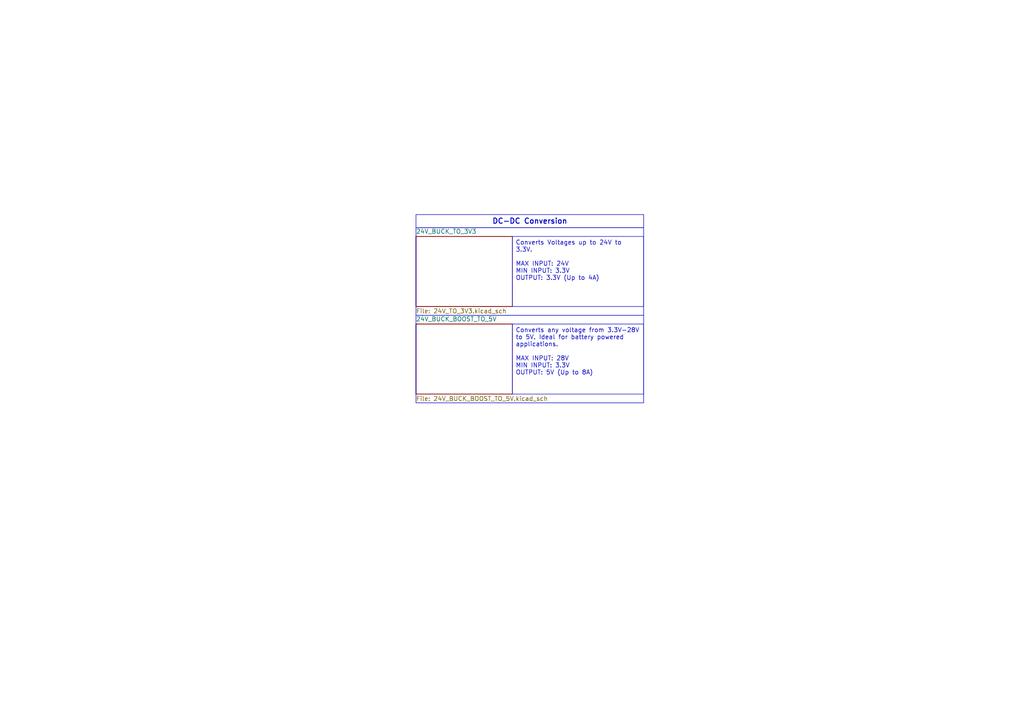
<source format=kicad_sch>
(kicad_sch
	(version 20250114)
	(generator "eeschema")
	(generator_version "9.0")
	(uuid "6a31c4cb-97b2-4b9c-a2d7-f8ff8503f1fc")
	(paper "A4")
	(title_block
		(title "Modular PSU")
		(company "DanWave Design")
		(comment 1 "Design By: Daniel Manla")
		(comment 2 "Open Hardware")
	)
	(lib_symbols)
	(rectangle
		(start 120.65 66.04)
		(end 186.69 91.44)
		(stroke
			(width 0)
			(type default)
		)
		(fill
			(type none)
		)
		(uuid 3b958f4c-6006-459c-842a-ee5a64fe1e5c)
	)
	(rectangle
		(start 120.65 91.44)
		(end 186.69 116.84)
		(stroke
			(width 0)
			(type default)
		)
		(fill
			(type none)
		)
		(uuid 960316c9-6c5b-4b1e-8647-95a4da991269)
	)
	(text_box "Converts any voltage from 3.3V-28V to 5V. Ideal for battery powered applications.\n\nMAX INPUT: 28V\nMIN INPUT: 3.3V\nOUTPUT: 5V (Up to 8A)"
		(exclude_from_sim no)
		(at 148.59 93.98 0)
		(size 38.1 20.32)
		(margins 0.9525 0.9525 0.9525 0.9525)
		(stroke
			(width 0)
			(type solid)
		)
		(fill
			(type none)
		)
		(effects
			(font
				(size 1.27 1.27)
			)
			(justify left top)
		)
		(uuid "79f26817-7e47-458c-a956-4e8ae24eb446")
	)
	(text_box "DC-DC Conversion"
		(exclude_from_sim no)
		(at 120.65 62.23 0)
		(size 66.04 3.81)
		(margins 0.9525 0.9525 0.9525 0.9525)
		(stroke
			(width 0)
			(type solid)
		)
		(fill
			(type none)
		)
		(effects
			(font
				(size 1.524 1.524)
				(thickness 0.254)
				(bold yes)
			)
			(justify top)
		)
		(uuid "cea3dcad-ee50-4c1a-8b31-bd9e01bd8dda")
	)
	(text_box "Converts Voltages up to 24V to 3.3V. \n\nMAX INPUT: 24V\nMIN INPUT: 3.3V\nOUTPUT: 3.3V (Up to 4A)"
		(exclude_from_sim no)
		(at 148.59 68.58 0)
		(size 38.1 20.32)
		(margins 0.9525 0.9525 0.9525 0.9525)
		(stroke
			(width 0)
			(type solid)
		)
		(fill
			(type none)
		)
		(effects
			(font
				(size 1.27 1.27)
			)
			(justify left top)
		)
		(uuid "f60df77b-be81-4453-8fe8-e5d4c38d64be")
	)
	(sheet
		(at 120.65 68.58)
		(size 27.94 20.32)
		(exclude_from_sim no)
		(in_bom yes)
		(on_board yes)
		(dnp no)
		(fields_autoplaced yes)
		(stroke
			(width 0.1524)
			(type solid)
		)
		(fill
			(color 0 0 0 0.0000)
		)
		(uuid "808f6f35-dc39-4bfd-a142-fcd2d3c3bcea")
		(property "Sheetname" "24V_BUCK_TO_3V3"
			(at 120.65 67.8684 0)
			(effects
				(font
					(size 1.27 1.27)
				)
				(justify left bottom)
			)
		)
		(property "Sheetfile" "24V_TO_3V3.kicad_sch"
			(at 120.65 89.4846 0)
			(effects
				(font
					(size 1.27 1.27)
				)
				(justify left top)
			)
		)
		(instances
			(project "ModularPSU"
				(path "/4bef1c7d-223e-45cc-b002-ac71b5420af1/78eae071-522b-4750-abcb-34d665f64673"
					(page "13")
				)
			)
		)
	)
	(sheet
		(at 120.65 93.98)
		(size 27.94 20.32)
		(exclude_from_sim no)
		(in_bom yes)
		(on_board yes)
		(dnp no)
		(fields_autoplaced yes)
		(stroke
			(width 0.1524)
			(type solid)
		)
		(fill
			(color 0 0 0 0.0000)
		)
		(uuid "cbb8041d-47e2-4c22-a315-fd33910b7a8f")
		(property "Sheetname" "24V_BUCK_BOOST_TO_5V"
			(at 120.65 93.2684 0)
			(effects
				(font
					(size 1.27 1.27)
				)
				(justify left bottom)
			)
		)
		(property "Sheetfile" "24V_BUCK_BOOST_TO_5V.kicad_sch"
			(at 120.65 114.8846 0)
			(effects
				(font
					(size 1.27 1.27)
				)
				(justify left top)
			)
		)
		(instances
			(project "ModularPSU"
				(path "/4bef1c7d-223e-45cc-b002-ac71b5420af1/78eae071-522b-4750-abcb-34d665f64673"
					(page "4")
				)
			)
		)
	)
)

</source>
